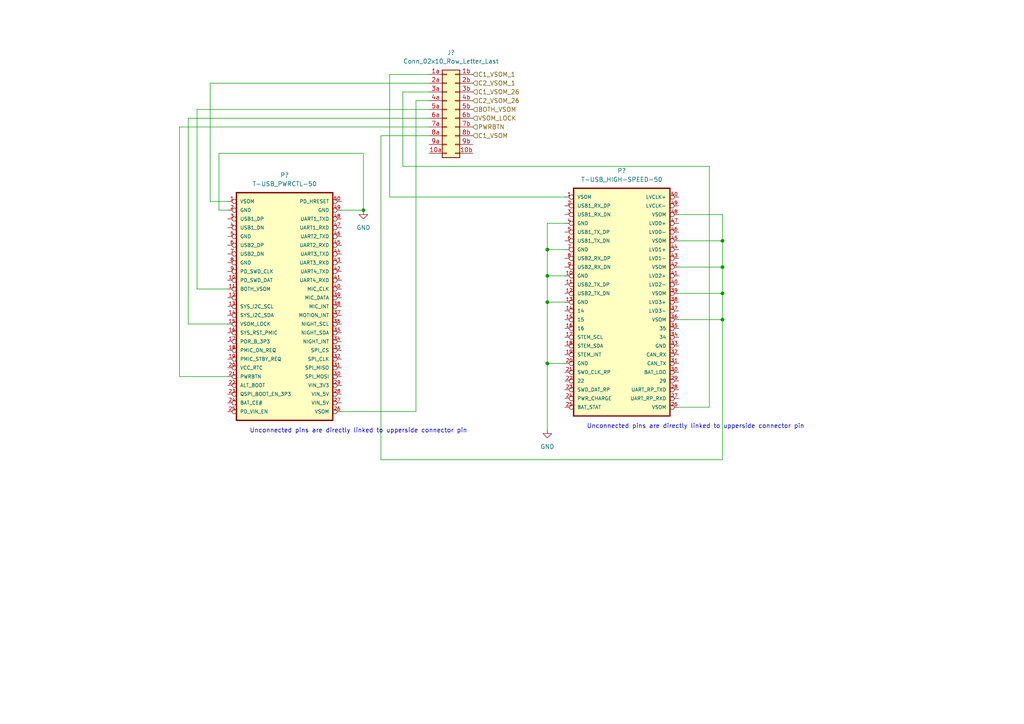
<source format=kicad_sch>
(kicad_sch (version 20211123) (generator eeschema)
  (paper "A4")
  (title_block (title "Uderside power connector") (comment 1 "Short power pins between upper and underside connectors"))
  (lib_symbols
    (symbol "Connector_Generic:Conn_02x10_Row_Letter_Last" (pin_names (offset 1.016) hide)
      (property "Reference" "J" (at 1.27 12.7 0))
      (property "Value" "Conn_02x10_Row_Letter_Last" (at 1.27 -15.24 0))
      (symbol "Conn_02x10_Row_Letter_Last_1_1"
        (rectangle (start -1.27 -12.573) (end 0 -12.827) (stroke (width 0.1524)))
        (rectangle (start -1.27 -10.033) (end 0 -10.287) (stroke (width 0.1524)))
        (rectangle (start -1.27 -7.493) (end 0 -7.747) (stroke (width 0.1524)))
        (rectangle (start -1.27 -4.953) (end 0 -5.207) (stroke (width 0.1524)))
        (rectangle (start -1.27 -2.413) (end 0 -2.667) (stroke (width 0.1524)))
        (rectangle (start -1.27 0.127) (end 0 -0.127) (stroke (width 0.1524)))
        (rectangle (start -1.27 2.667) (end 0 2.413) (stroke (width 0.1524)))
        (rectangle (start -1.27 5.207) (end 0 4.953) (stroke (width 0.1524)))
        (rectangle (start -1.27 7.747) (end 0 7.493) (stroke (width 0.1524)))
        (rectangle (start -1.27 10.287) (end 0 10.033) (stroke (width 0.1524)))
        (rectangle (start -1.27 11.43) (end 3.81 -13.97) (stroke (width 0.254)) (fill (type background)))
        (rectangle (start 3.81 -12.573) (end 2.54 -12.827) (stroke (width 0.1524)))
        (rectangle (start 3.81 -10.033) (end 2.54 -10.287) (stroke (width 0.1524)))
        (rectangle (start 3.81 -7.493) (end 2.54 -7.747) (stroke (width 0.1524)))
        (rectangle (start 3.81 -4.953) (end 2.54 -5.207) (stroke (width 0.1524)))
        (rectangle (start 3.81 -2.413) (end 2.54 -2.667) (stroke (width 0.1524)))
        (rectangle (start 3.81 0.127) (end 2.54 -0.127) (stroke (width 0.1524)))
        (rectangle (start 3.81 2.667) (end 2.54 2.413) (stroke (width 0.1524)))
        (rectangle (start 3.81 5.207) (end 2.54 4.953) (stroke (width 0.1524)))
        (rectangle (start 3.81 7.747) (end 2.54 7.493) (stroke (width 0.1524)))
        (rectangle (start 3.81 10.287) (end 2.54 10.033) (stroke (width 0.1524)))
        (pin passive line (at -5.08 -12.7 0) (length 3.81) (name "Pin_10a") (number "10a"))
        (pin passive line (at 7.62 -12.7 180) (length 3.81) (name "Pin_10b") (number "10b"))
        (pin passive line (at -5.08 10.16 0) (length 3.81) (name "Pin_1a") (number "1a"))
        (pin passive line (at 7.62 10.16 180) (length 3.81) (name "Pin_1b") (number "1b"))
        (pin passive line (at -5.08 7.62 0) (length 3.81) (name "Pin_2a") (number "2a"))
        (pin passive line (at 7.62 7.62 180) (length 3.81) (name "Pin_2b") (number "2b"))
        (pin passive line (at -5.08 5.08 0) (length 3.81) (name "Pin_3a") (number "3a"))
        (pin passive line (at 7.62 5.08 180) (length 3.81) (name "Pin_3b") (number "3b"))
        (pin passive line (at -5.08 2.54 0) (length 3.81) (name "Pin_4a") (number "4a"))
        (pin passive line (at 7.62 2.54 180) (length 3.81) (name "Pin_4b") (number "4b"))
        (pin passive line (at -5.08 0 0) (length 3.81) (name "Pin_5a") (number "5a"))
        (pin passive line (at 7.62 0 180) (length 3.81) (name "Pin_5b") (number "5b"))
        (pin passive line (at -5.08 -2.54 0) (length 3.81) (name "Pin_6a") (number "6a"))
        (pin passive line (at 7.62 -2.54 180) (length 3.81) (name "Pin_6b") (number "6b"))
        (pin passive line (at -5.08 -5.08 0) (length 3.81) (name "Pin_7a") (number "7a"))
        (pin passive line (at 7.62 -5.08 180) (length 3.81) (name "Pin_7b") (number "7b"))
        (pin passive line (at -5.08 -7.62 0) (length 3.81) (name "Pin_8a") (number "8a"))
        (pin passive line (at 7.62 -7.62 180) (length 3.81) (name "Pin_8b") (number "8b"))
        (pin passive line (at -5.08 -10.16 0) (length 3.81) (name "Pin_9a") (number "9a"))
        (pin passive line (at 7.62 -10.16 180) (length 3.81) (name "Pin_9b") (number "9b"))
      )
    )
    (symbol "DF40C-50DS:T-USB_HIGH-SPEED-50" (pin_names (offset 1.016))
      (property "Reference" "P" (at -16.51 33.6804 0))
      (property "Value" "T-USB_HIGH-SPEED-50" (at -11.4554 -36.8808 0))
      (symbol "T-USB_HIGH-SPEED-50_0_0"
        (rectangle (start -13.97 -33.02) (end 13.97 33.02) (stroke (width 0.4064)) (fill (type background)))
        (pin passive inverted (at -16.51 30.48 0) (length 2.54) (name "VSOM") (number "1"))
        (pin passive inverted (at -16.51 7.62 0) (length 2.54) (name "GND") (number "10"))
        (pin passive inverted (at -16.51 5.08 0) (length 2.54) (name "USB2_TX_DP") (number "11"))
        (pin passive inverted (at -16.51 2.54 0) (length 2.54) (name "USB2_TX_DN") (number "12"))
        (pin passive inverted (at -16.51 0 0) (length 2.54) (name "GND") (number "13"))
        (pin passive inverted (at -16.51 -2.54 0) (length 2.54) (name "14") (number "14"))
        (pin passive inverted (at -16.51 -5.08 0) (length 2.54) (name "15") (number "15"))
        (pin passive inverted (at -16.51 -7.62 0) (length 2.54) (name "16") (number "16"))
        (pin passive inverted (at -16.51 -10.16 0) (length 2.54) (name "STEM_SCL") (number "17"))
        (pin passive inverted (at -16.51 -12.7 0) (length 2.54) (name "STEM_SDA") (number "18"))
        (pin passive inverted (at -16.51 -15.24 0) (length 2.54) (name "STEM_INT") (number "19"))
        (pin passive inverted (at -16.51 27.94 0) (length 2.54) (name "USB1_RX_DP") (number "2"))
        (pin passive inverted (at -16.51 -17.78 0) (length 2.54) (name "GND") (number "20"))
        (pin passive inverted (at -16.51 -20.32 0) (length 2.54) (name "SWD_CLK_RP") (number "21"))
        (pin passive inverted (at -16.51 -22.86 0) (length 2.54) (name "22") (number "22"))
        (pin passive inverted (at -16.51 -25.4 0) (length 2.54) (name "SWD_DAT_RP") (number "23"))
        (pin passive inverted (at -16.51 -27.94 0) (length 2.54) (name "PWR_CHARGE") (number "24"))
        (pin passive inverted (at -16.51 -30.48 0) (length 2.54) (name "BAT_STAT") (number "25"))
        (pin passive inverted (at 16.51 -30.48 180) (length 2.54) (name "VSOM") (number "26"))
        (pin passive inverted (at 16.51 -27.94 180) (length 2.54) (name "UART_RP_RXD") (number "27"))
        (pin passive inverted (at 16.51 -25.4 180) (length 2.54) (name "UART_RP_TXD") (number "28"))
        (pin passive inverted (at 16.51 -22.86 180) (length 2.54) (name "29") (number "29"))
        (pin passive inverted (at -16.51 25.4 0) (length 2.54) (name "USB1_RX_DN") (number "3"))
        (pin passive inverted (at 16.51 -20.32 180) (length 2.54) (name "BAT_LDO") (number "30"))
        (pin passive inverted (at 16.51 -17.78 180) (length 2.54) (name "CAN_TX") (number "31"))
        (pin passive inverted (at 16.51 -15.24 180) (length 2.54) (name "CAN_RX") (number "32"))
        (pin passive inverted (at 16.51 -12.7 180) (length 2.54) (name "GND") (number "33"))
        (pin passive inverted (at 16.51 -10.16 180) (length 2.54) (name "34") (number "34"))
        (pin passive inverted (at 16.51 -7.62 180) (length 2.54) (name "35") (number "35"))
        (pin passive inverted (at 16.51 -5.08 180) (length 2.54) (name "VSOM") (number "36"))
        (pin passive inverted (at 16.51 -2.54 180) (length 2.54) (name "LVD3-") (number "37"))
        (pin passive inverted (at 16.51 0 180) (length 2.54) (name "LVD3+") (number "38"))
        (pin passive inverted (at 16.51 2.54 180) (length 2.54) (name "VSOM") (number "39"))
        (pin passive inverted (at -16.51 22.86 0) (length 2.54) (name "GND") (number "4"))
        (pin passive inverted (at 16.51 5.08 180) (length 2.54) (name "LVD2-") (number "40"))
        (pin passive inverted (at 16.51 7.62 180) (length 2.54) (name "LVD2+") (number "41"))
        (pin passive inverted (at 16.51 10.16 180) (length 2.54) (name "VSOM") (number "42"))
        (pin passive inverted (at 16.51 12.7 180) (length 2.54) (name "LVD1-") (number "43"))
        (pin passive inverted (at 16.51 15.24 180) (length 2.54) (name "LVD1+") (number "44"))
        (pin passive inverted (at 16.51 17.78 180) (length 2.54) (name "VSOM") (number "45"))
        (pin passive inverted (at 16.51 20.32 180) (length 2.54) (name "LVD0-") (number "46"))
        (pin passive inverted (at 16.51 22.86 180) (length 2.54) (name "LVD0+") (number "47"))
        (pin passive inverted (at 16.51 25.4 180) (length 2.54) (name "VSOM") (number "48"))
        (pin passive inverted (at 16.51 27.94 180) (length 2.54) (name "LVCLK-") (number "49"))
        (pin passive inverted (at -16.51 20.32 0) (length 2.54) (name "USB1_TX_DP") (number "5"))
        (pin passive inverted (at 16.51 30.48 180) (length 2.54) (name "LVCLK+") (number "50"))
        (pin passive inverted (at -16.51 17.78 0) (length 2.54) (name "USB1_TX_DN") (number "6"))
        (pin passive inverted (at -16.51 15.24 0) (length 2.54) (name "GND") (number "7"))
        (pin passive inverted (at -16.51 12.7 0) (length 2.54) (name "USB2_RX_DP") (number "8"))
        (pin passive inverted (at -16.51 10.16 0) (length 2.54) (name "USB2_RX_DN") (number "9"))
      )
    )
    (symbol "DF40C-50DS:T-USB_PWRCTL-50" (pin_names (offset 1.016))
      (property "Reference" "P" (at -16.51 33.6804 0))
      (property "Value" "T-USB_PWRCTL-50" (at -11.4554 -36.8808 0))
      (symbol "T-USB_PWRCTL-50_0_0"
        (rectangle (start -13.97 -33.02) (end 13.97 33.02) (stroke (width 0.4064)) (fill (type background)))
        (pin passive inverted (at -16.51 30.48 0) (length 2.54) (name "VSOM") (number "1"))
        (pin passive inverted (at -16.51 7.62 0) (length 2.54) (name "PD_SWD_DAT") (number "10"))
        (pin passive inverted (at -16.51 5.08 0) (length 2.54) (name "BOTH_VSOM") (number "11"))
        (pin passive inverted (at -16.51 2.54 0) (length 2.54) (name "") (number "12"))
        (pin passive inverted (at -16.51 0 0) (length 2.54) (name "SYS_I2C_SCL") (number "13"))
        (pin passive inverted (at -16.51 -2.54 0) (length 2.54) (name "SYS_I2C_SDA") (number "14"))
        (pin passive inverted (at -16.51 -5.08 0) (length 2.54) (name "VSOM_LOCK") (number "15"))
        (pin passive inverted (at -16.51 -7.62 0) (length 2.54) (name "SYS_RST_PMIC") (number "16"))
        (pin passive inverted (at -16.51 -10.16 0) (length 2.54) (name "POR_B_3P3") (number "17"))
        (pin passive inverted (at -16.51 -12.7 0) (length 2.54) (name "PMIC_ON_REQ") (number "18"))
        (pin passive inverted (at -16.51 -15.24 0) (length 2.54) (name "PMIC_STBY_REQ") (number "19"))
        (pin passive inverted (at -16.51 27.94 0) (length 2.54) (name "GND") (number "2"))
        (pin passive inverted (at -16.51 -17.78 0) (length 2.54) (name "VCC_RTC") (number "20"))
        (pin passive inverted (at -16.51 -20.32 0) (length 2.54) (name "PWRBTN") (number "21"))
        (pin passive inverted (at -16.51 -22.86 0) (length 2.54) (name "ALT_BOOT") (number "22"))
        (pin passive inverted (at -16.51 -25.4 0) (length 2.54) (name "QSPI_BOOT_EN_3P3") (number "23"))
        (pin passive inverted (at -16.51 -27.94 0) (length 2.54) (name "BAT_CE#") (number "24"))
        (pin passive inverted (at -16.51 -30.48 0) (length 2.54) (name "PD_VIN_EN") (number "25"))
        (pin passive inverted (at 16.51 -30.48 180) (length 2.54) (name "VSOM") (number "26"))
        (pin passive inverted (at 16.51 -27.94 180) (length 2.54) (name "VIN_5V") (number "27"))
        (pin passive inverted (at 16.51 -25.4 180) (length 2.54) (name "VIN_5V") (number "28"))
        (pin passive inverted (at 16.51 -22.86 180) (length 2.54) (name "VIN_3V3") (number "29"))
        (pin passive inverted (at -16.51 25.4 0) (length 2.54) (name "USB1_DP") (number "3"))
        (pin passive inverted (at 16.51 -20.32 180) (length 2.54) (name "SPI_MOSI") (number "30"))
        (pin passive inverted (at 16.51 -17.78 180) (length 2.54) (name "SPI_MISO") (number "31"))
        (pin passive inverted (at 16.51 -15.24 180) (length 2.54) (name "SPI_CLK") (number "32"))
        (pin passive inverted (at 16.51 -12.7 180) (length 2.54) (name "SPI_CS") (number "33"))
        (pin passive inverted (at 16.51 -10.16 180) (length 2.54) (name "NIGHT_INT") (number "34"))
        (pin passive inverted (at 16.51 -7.62 180) (length 2.54) (name "NIGHT_SDA") (number "35"))
        (pin passive inverted (at 16.51 -5.08 180) (length 2.54) (name "NIGHT_SCL") (number "36"))
        (pin passive inverted (at 16.51 -2.54 180) (length 2.54) (name "MOTION_INT") (number "37"))
        (pin passive inverted (at 16.51 0 180) (length 2.54) (name "MIC_INT") (number "38"))
        (pin passive inverted (at 16.51 2.54 180) (length 2.54) (name "MIC_DATA") (number "39"))
        (pin passive inverted (at -16.51 22.86 0) (length 2.54) (name "USB1_DN") (number "4"))
        (pin passive inverted (at 16.51 5.08 180) (length 2.54) (name "MIC_CLK") (number "40"))
        (pin passive inverted (at 16.51 7.62 180) (length 2.54) (name "UART4_RXD") (number "41"))
        (pin passive inverted (at 16.51 10.16 180) (length 2.54) (name "UART4_TXD") (number "42"))
        (pin passive inverted (at 16.51 12.7 180) (length 2.54) (name "UART3_RXD") (number "43"))
        (pin passive inverted (at 16.51 15.24 180) (length 2.54) (name "UART3_TXD") (number "44"))
        (pin passive inverted (at 16.51 17.78 180) (length 2.54) (name "UART2_RXD") (number "45"))
        (pin passive inverted (at 16.51 20.32 180) (length 2.54) (name "UART2_TXD") (number "46"))
        (pin passive inverted (at 16.51 22.86 180) (length 2.54) (name "UART1_RXD") (number "47"))
        (pin passive inverted (at 16.51 25.4 180) (length 2.54) (name "UART1_TXD") (number "48"))
        (pin passive inverted (at 16.51 27.94 180) (length 2.54) (name "GND") (number "49"))
        (pin passive inverted (at -16.51 20.32 0) (length 2.54) (name "GND") (number "5"))
        (pin passive inverted (at 16.51 30.48 180) (length 2.54) (name "PD_HRESET") (number "50"))
        (pin passive inverted (at -16.51 17.78 0) (length 2.54) (name "USB2_DP") (number "6"))
        (pin passive inverted (at -16.51 15.24 0) (length 2.54) (name "USB2_DN") (number "7"))
        (pin passive inverted (at -16.51 12.7 0) (length 2.54) (name "GND") (number "8"))
        (pin passive inverted (at -16.51 10.16 0) (length 2.54) (name "PD_SWD_CLK") (number "9"))
      )
    )
    (symbol "power:GND" (power) (pin_names (offset 0))
      (property "Value" "GND" (at 0 -3.81 0))
      (symbol "GND_0_1"
        (polyline (pts (xy 0 0) (xy 0 -1.27) (xy 1.27 -1.27) (xy 0 -2.54) (xy -1.27 -1.27) (xy 0 -1.27)))
      )
      (symbol "GND_1_1"
        (pin power_in line (at 0 0 270) (length 0) hide (name "GND") (number "1"))
      )
    )
  )
  (junction (at 209.55 92.71))
  (junction (at 158.75 87.63))
  (junction (at 158.75 72.39))
  (junction (at 105.41 60.96))
  (junction (at 209.55 85.09))
  (junction (at 209.55 69.85))
  (junction (at 209.55 77.47))
  (junction (at 158.75 105.41))
  (junction (at 158.75 80.01))
  (wire (pts (xy 124.46 39.37) (xy 110.49 39.37)))
  (wire (pts (xy 113.03 21.59) (xy 113.03 57.15)))
  (wire (pts (xy 60.96 24.13) (xy 60.96 58.42)))
  (wire (pts (xy 57.15 31.75) (xy 57.15 83.82)))
  (wire (pts (xy 124.46 26.67) (xy 116.84 26.67)))
  (wire (pts (xy 209.55 69.85) (xy 209.55 77.47)))
  (wire (pts (xy 105.41 44.45) (xy 63.5 44.45)))
  (wire (pts (xy 124.46 36.83) (xy 52.07 36.83)))
  (wire (pts (xy 54.61 93.98) (xy 66.04 93.98)))
  (wire (pts (xy 196.85 69.85) (xy 209.55 69.85)))
  (wire (pts (xy 158.75 105.41) (xy 158.75 124.46)))
  (wire (pts (xy 124.46 24.13) (xy 60.96 24.13)))
  (wire (pts (xy 57.15 83.82) (xy 66.04 83.82)))
  (wire (pts (xy 52.07 109.22) (xy 66.04 109.22)))
  (wire (pts (xy 158.75 87.63) (xy 163.83 87.63)))
  (wire (pts (xy 196.85 85.09) (xy 209.55 85.09)))
  (wire (pts (xy 60.96 58.42) (xy 66.04 58.42)))
  (wire (pts (xy 158.75 80.01) (xy 158.75 87.63)))
  (wire (pts (xy 105.41 60.96) (xy 105.41 44.45)))
  (wire (pts (xy 52.07 36.83) (xy 52.07 109.22)))
  (wire (pts (xy 124.46 29.21) (xy 120.65 29.21)))
  (wire (pts (xy 54.61 34.29) (xy 54.61 93.98)))
  (wire (pts (xy 205.74 118.11) (xy 196.85 118.11)))
  (wire (pts (xy 110.49 133.35) (xy 209.55 133.35)))
  (wire (pts (xy 209.55 77.47) (xy 209.55 85.09)))
  (wire (pts (xy 163.83 64.77) (xy 158.75 64.77)))
  (wire (pts (xy 99.06 60.96) (xy 105.41 60.96)))
  (wire (pts (xy 124.46 34.29) (xy 54.61 34.29)))
  (wire (pts (xy 158.75 64.77) (xy 158.75 72.39)))
  (wire (pts (xy 113.03 57.15) (xy 163.83 57.15)))
  (wire (pts (xy 63.5 44.45) (xy 63.5 60.96)))
  (wire (pts (xy 158.75 72.39) (xy 158.75 80.01)))
  (wire (pts (xy 209.55 133.35) (xy 209.55 92.71)))
  (wire (pts (xy 63.5 60.96) (xy 66.04 60.96)))
  (wire (pts (xy 196.85 92.71) (xy 209.55 92.71)))
  (wire (pts (xy 158.75 80.01) (xy 163.83 80.01)))
  (wire (pts (xy 116.84 48.26) (xy 205.74 48.26)))
  (wire (pts (xy 116.84 26.67) (xy 116.84 48.26)))
  (wire (pts (xy 209.55 85.09) (xy 209.55 92.71)))
  (wire (pts (xy 99.06 119.38) (xy 120.65 119.38)))
  (wire (pts (xy 158.75 105.41) (xy 163.83 105.41)))
  (wire (pts (xy 209.55 62.23) (xy 209.55 69.85)))
  (wire (pts (xy 196.85 62.23) (xy 209.55 62.23)))
  (wire (pts (xy 124.46 21.59) (xy 113.03 21.59)))
  (wire (pts (xy 110.49 39.37) (xy 110.49 133.35)))
  (wire (pts (xy 158.75 87.63) (xy 158.75 105.41)))
  (wire (pts (xy 196.85 77.47) (xy 209.55 77.47)))
  (wire (pts (xy 205.74 48.26) (xy 205.74 118.11)))
  (wire (pts (xy 163.83 72.39) (xy 158.75 72.39)))
  (wire (pts (xy 120.65 29.21) (xy 120.65 119.38)))
  (wire (pts (xy 124.46 31.75) (xy 57.15 31.75)))
  (text "Unconnected pins are directly linked to upperside connector pin" (at 170.18 124.46 0) (effects (font (size 1.27 1.27)) (justify left bottom)))
  (text "Unconnected pins are directly linked to upperside connector pin" (at 72.39 125.73 0) (effects (font (size 1.27 1.27)) (justify left bottom)))
  (hierarchical_label "C1_VSOM" (shape input) (at 137.16 39.37 0))
  (hierarchical_label "C2_VSOM_1" (shape input) (at 137.16 24.13 0))
  (hierarchical_label "C2_VSOM_26" (shape input) (at 137.16 29.21 0))
  (hierarchical_label "PWRBTN" (shape input) (at 137.16 36.83 0))
  (hierarchical_label "BOTH_VSOM" (shape input) (at 137.16 31.75 0))
  (hierarchical_label "C1_VSOM_1" (shape input) (at 137.16 21.59 0))
  (hierarchical_label "VSOM_LOCK" (shape input) (at 137.16 34.29 0))
  (hierarchical_label "C1_VSOM_26" (shape input) (at 137.16 26.67 0))
  (symbol (lib_id "power:GND") (at 158.75 124.46 0) (unit 1)
    (property "Reference" "#PWR?" (effects hide))
    (property "Value" "GND" (at 158.75 129.54 0))
  )
  (symbol (lib_id "power:GND") (at 105.41 60.96 0) (unit 1)
    (property "Reference" "#PWR?" (effects hide))
    (property "Value" "GND" (at 105.41 66.04 0))
  )
  (symbol (lib_id "DF40C-50DS:T-USB_HIGH-SPEED-50") (at 180.34 87.63 0) (unit 1)
    (property "Reference" "P?" (at 180.34 49.53 0))
    (property "Value" "T-USB_HIGH-SPEED-50" (at 180.34 52.07 0))
    (property "Footprint" "HRS_DF40C-50DS-0.4V(51)" (effects hide))
    (property "MANUFACTURER" "Hirose Electric Co Ltd" (effects hide))
  )
  (symbol (lib_id "DF40C-50DS:T-USB_PWRCTL-50") (at 82.55 88.9 0) (unit 1)
    (property "Reference" "P?" (at 82.55 50.8 0))
    (property "Value" "T-USB_PWRCTL-50" (at 82.55 53.34 0))
    (property "Footprint" "HRS_DF40C-50DS-0.4V(51)" (effects hide))
    (property "MANUFACTURER" "Hirose Electric Co Ltd" (effects hide))
  )
  (symbol (lib_id "Connector_Generic:Conn_02x10_Row_Letter_Last") (at 129.54 31.75 0) (unit 1)
    (property "Reference" "J?" (at 130.81 15.24 0))
    (property "Value" "Conn_02x10_Row_Letter_Last" (at 130.81 17.78 0))
  )
)
</source>
